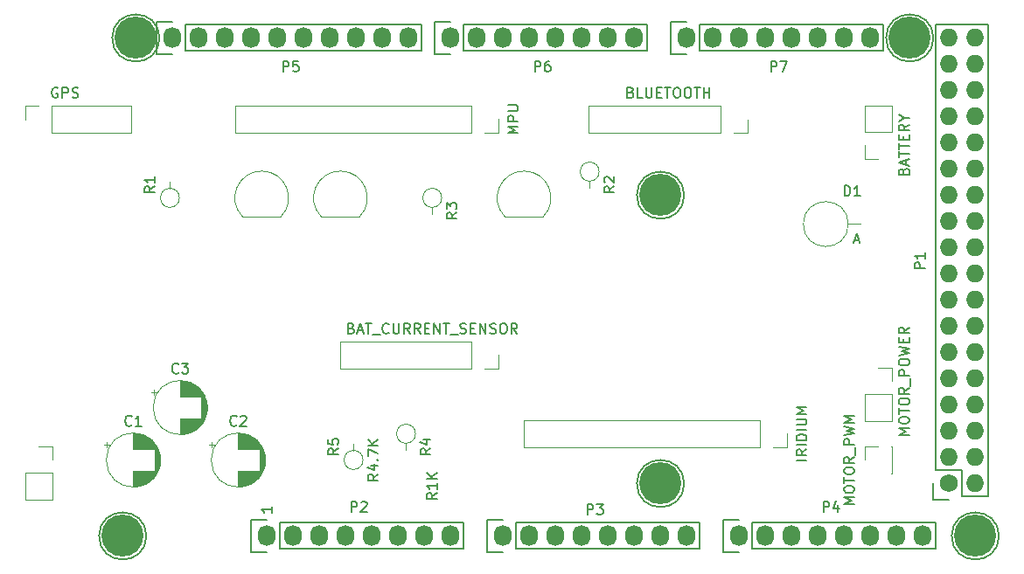
<source format=gbr>
%TF.GenerationSoftware,KiCad,Pcbnew,(6.0.4-0)*%
%TF.CreationDate,2022-06-10T18:36:53-07:00*%
%TF.ProjectId,sailface-mega-shield,7361696c-6661-4636-952d-6d6567612d73,rev?*%
%TF.SameCoordinates,Original*%
%TF.FileFunction,Legend,Top*%
%TF.FilePolarity,Positive*%
%FSLAX46Y46*%
G04 Gerber Fmt 4.6, Leading zero omitted, Abs format (unit mm)*
G04 Created by KiCad (PCBNEW (6.0.4-0)) date 2022-06-10 18:36:53*
%MOMM*%
%LPD*%
G01*
G04 APERTURE LIST*
%ADD10C,0.150000*%
%ADD11C,0.120000*%
%ADD12C,1.727200*%
%ADD13O,1.727200X1.727200*%
%ADD14O,1.727200X2.032000*%
%ADD15C,4.064000*%
G04 APERTURE END LIST*
D10*
X131770380Y-116300285D02*
X131770380Y-116871714D01*
X131770380Y-116586000D02*
X130770380Y-116586000D01*
X130913238Y-116681238D01*
X131008476Y-116776476D01*
X131056095Y-116871714D01*
%TO.C,BAT_CURRENT_SENSOR*%
X139486666Y-98988571D02*
X139629523Y-99036190D01*
X139677142Y-99083809D01*
X139724761Y-99179047D01*
X139724761Y-99321904D01*
X139677142Y-99417142D01*
X139629523Y-99464761D01*
X139534285Y-99512380D01*
X139153333Y-99512380D01*
X139153333Y-98512380D01*
X139486666Y-98512380D01*
X139581904Y-98560000D01*
X139629523Y-98607619D01*
X139677142Y-98702857D01*
X139677142Y-98798095D01*
X139629523Y-98893333D01*
X139581904Y-98940952D01*
X139486666Y-98988571D01*
X139153333Y-98988571D01*
X140105714Y-99226666D02*
X140581904Y-99226666D01*
X140010476Y-99512380D02*
X140343809Y-98512380D01*
X140677142Y-99512380D01*
X140867619Y-98512380D02*
X141439047Y-98512380D01*
X141153333Y-99512380D02*
X141153333Y-98512380D01*
X141534285Y-99607619D02*
X142296190Y-99607619D01*
X143105714Y-99417142D02*
X143058095Y-99464761D01*
X142915238Y-99512380D01*
X142820000Y-99512380D01*
X142677142Y-99464761D01*
X142581904Y-99369523D01*
X142534285Y-99274285D01*
X142486666Y-99083809D01*
X142486666Y-98940952D01*
X142534285Y-98750476D01*
X142581904Y-98655238D01*
X142677142Y-98560000D01*
X142820000Y-98512380D01*
X142915238Y-98512380D01*
X143058095Y-98560000D01*
X143105714Y-98607619D01*
X143534285Y-98512380D02*
X143534285Y-99321904D01*
X143581904Y-99417142D01*
X143629523Y-99464761D01*
X143724761Y-99512380D01*
X143915238Y-99512380D01*
X144010476Y-99464761D01*
X144058095Y-99417142D01*
X144105714Y-99321904D01*
X144105714Y-98512380D01*
X145153333Y-99512380D02*
X144820000Y-99036190D01*
X144581904Y-99512380D02*
X144581904Y-98512380D01*
X144962857Y-98512380D01*
X145058095Y-98560000D01*
X145105714Y-98607619D01*
X145153333Y-98702857D01*
X145153333Y-98845714D01*
X145105714Y-98940952D01*
X145058095Y-98988571D01*
X144962857Y-99036190D01*
X144581904Y-99036190D01*
X146153333Y-99512380D02*
X145820000Y-99036190D01*
X145581904Y-99512380D02*
X145581904Y-98512380D01*
X145962857Y-98512380D01*
X146058095Y-98560000D01*
X146105714Y-98607619D01*
X146153333Y-98702857D01*
X146153333Y-98845714D01*
X146105714Y-98940952D01*
X146058095Y-98988571D01*
X145962857Y-99036190D01*
X145581904Y-99036190D01*
X146581904Y-98988571D02*
X146915238Y-98988571D01*
X147058095Y-99512380D02*
X146581904Y-99512380D01*
X146581904Y-98512380D01*
X147058095Y-98512380D01*
X147486666Y-99512380D02*
X147486666Y-98512380D01*
X148058095Y-99512380D01*
X148058095Y-98512380D01*
X148391428Y-98512380D02*
X148962857Y-98512380D01*
X148677142Y-99512380D02*
X148677142Y-98512380D01*
X149058095Y-99607619D02*
X149820000Y-99607619D01*
X150010476Y-99464761D02*
X150153333Y-99512380D01*
X150391428Y-99512380D01*
X150486666Y-99464761D01*
X150534285Y-99417142D01*
X150581904Y-99321904D01*
X150581904Y-99226666D01*
X150534285Y-99131428D01*
X150486666Y-99083809D01*
X150391428Y-99036190D01*
X150200952Y-98988571D01*
X150105714Y-98940952D01*
X150058095Y-98893333D01*
X150010476Y-98798095D01*
X150010476Y-98702857D01*
X150058095Y-98607619D01*
X150105714Y-98560000D01*
X150200952Y-98512380D01*
X150439047Y-98512380D01*
X150581904Y-98560000D01*
X151010476Y-98988571D02*
X151343809Y-98988571D01*
X151486666Y-99512380D02*
X151010476Y-99512380D01*
X151010476Y-98512380D01*
X151486666Y-98512380D01*
X151915238Y-99512380D02*
X151915238Y-98512380D01*
X152486666Y-99512380D01*
X152486666Y-98512380D01*
X152915238Y-99464761D02*
X153058095Y-99512380D01*
X153296190Y-99512380D01*
X153391428Y-99464761D01*
X153439047Y-99417142D01*
X153486666Y-99321904D01*
X153486666Y-99226666D01*
X153439047Y-99131428D01*
X153391428Y-99083809D01*
X153296190Y-99036190D01*
X153105714Y-98988571D01*
X153010476Y-98940952D01*
X152962857Y-98893333D01*
X152915238Y-98798095D01*
X152915238Y-98702857D01*
X152962857Y-98607619D01*
X153010476Y-98560000D01*
X153105714Y-98512380D01*
X153343809Y-98512380D01*
X153486666Y-98560000D01*
X154105714Y-98512380D02*
X154296190Y-98512380D01*
X154391428Y-98560000D01*
X154486666Y-98655238D01*
X154534285Y-98845714D01*
X154534285Y-99179047D01*
X154486666Y-99369523D01*
X154391428Y-99464761D01*
X154296190Y-99512380D01*
X154105714Y-99512380D01*
X154010476Y-99464761D01*
X153915238Y-99369523D01*
X153867619Y-99179047D01*
X153867619Y-98845714D01*
X153915238Y-98655238D01*
X154010476Y-98560000D01*
X154105714Y-98512380D01*
X155534285Y-99512380D02*
X155200952Y-99036190D01*
X154962857Y-99512380D02*
X154962857Y-98512380D01*
X155343809Y-98512380D01*
X155439047Y-98560000D01*
X155486666Y-98607619D01*
X155534285Y-98702857D01*
X155534285Y-98845714D01*
X155486666Y-98940952D01*
X155439047Y-98988571D01*
X155343809Y-99036190D01*
X154962857Y-99036190D01*
%TO.C,D1*%
X187221904Y-86177481D02*
X187221904Y-85177481D01*
X187460000Y-85177481D01*
X187602857Y-85225101D01*
X187698095Y-85320339D01*
X187745714Y-85415577D01*
X187793333Y-85606053D01*
X187793333Y-85748910D01*
X187745714Y-85939386D01*
X187698095Y-86034624D01*
X187602857Y-86129862D01*
X187460000Y-86177481D01*
X187221904Y-86177481D01*
X188745714Y-86177481D02*
X188174285Y-86177481D01*
X188460000Y-86177481D02*
X188460000Y-85177481D01*
X188364761Y-85320339D01*
X188269523Y-85415577D01*
X188174285Y-85463196D01*
X188161904Y-90466666D02*
X188638095Y-90466666D01*
X188066666Y-90752380D02*
X188400000Y-89752380D01*
X188733333Y-90752380D01*
%TO.C,R5*%
X138232380Y-110656666D02*
X137756190Y-110990000D01*
X138232380Y-111228095D02*
X137232380Y-111228095D01*
X137232380Y-110847142D01*
X137280000Y-110751904D01*
X137327619Y-110704285D01*
X137422857Y-110656666D01*
X137565714Y-110656666D01*
X137660952Y-110704285D01*
X137708571Y-110751904D01*
X137756190Y-110847142D01*
X137756190Y-111228095D01*
X137232380Y-109751904D02*
X137232380Y-110228095D01*
X137708571Y-110275714D01*
X137660952Y-110228095D01*
X137613333Y-110132857D01*
X137613333Y-109894761D01*
X137660952Y-109799523D01*
X137708571Y-109751904D01*
X137803809Y-109704285D01*
X138041904Y-109704285D01*
X138137142Y-109751904D01*
X138184761Y-109799523D01*
X138232380Y-109894761D01*
X138232380Y-110132857D01*
X138184761Y-110228095D01*
X138137142Y-110275714D01*
X142072380Y-113140952D02*
X141596190Y-113474285D01*
X142072380Y-113712380D02*
X141072380Y-113712380D01*
X141072380Y-113331428D01*
X141120000Y-113236190D01*
X141167619Y-113188571D01*
X141262857Y-113140952D01*
X141405714Y-113140952D01*
X141500952Y-113188571D01*
X141548571Y-113236190D01*
X141596190Y-113331428D01*
X141596190Y-113712380D01*
X141405714Y-112283809D02*
X142072380Y-112283809D01*
X141024761Y-112521904D02*
X141739047Y-112760000D01*
X141739047Y-112140952D01*
X141977142Y-111760000D02*
X142024761Y-111712380D01*
X142072380Y-111760000D01*
X142024761Y-111807619D01*
X141977142Y-111760000D01*
X142072380Y-111760000D01*
X141072380Y-111379047D02*
X141072380Y-110712380D01*
X142072380Y-111140952D01*
X142072380Y-110331428D02*
X141072380Y-110331428D01*
X142072380Y-109760000D02*
X141500952Y-110188571D01*
X141072380Y-109760000D02*
X141643809Y-110331428D01*
%TO.C,R4*%
X147152380Y-110656666D02*
X146676190Y-110990000D01*
X147152380Y-111228095D02*
X146152380Y-111228095D01*
X146152380Y-110847142D01*
X146200000Y-110751904D01*
X146247619Y-110704285D01*
X146342857Y-110656666D01*
X146485714Y-110656666D01*
X146580952Y-110704285D01*
X146628571Y-110751904D01*
X146676190Y-110847142D01*
X146676190Y-111228095D01*
X146485714Y-109799523D02*
X147152380Y-109799523D01*
X146104761Y-110037619D02*
X146819047Y-110275714D01*
X146819047Y-109656666D01*
X147772380Y-114966666D02*
X147296190Y-115300000D01*
X147772380Y-115538095D02*
X146772380Y-115538095D01*
X146772380Y-115157142D01*
X146820000Y-115061904D01*
X146867619Y-115014285D01*
X146962857Y-114966666D01*
X147105714Y-114966666D01*
X147200952Y-115014285D01*
X147248571Y-115061904D01*
X147296190Y-115157142D01*
X147296190Y-115538095D01*
X147772380Y-114014285D02*
X147772380Y-114585714D01*
X147772380Y-114300000D02*
X146772380Y-114300000D01*
X146915238Y-114395238D01*
X147010476Y-114490476D01*
X147058095Y-114585714D01*
X147772380Y-113585714D02*
X146772380Y-113585714D01*
X147772380Y-113014285D02*
X147200952Y-113442857D01*
X146772380Y-113014285D02*
X147343809Y-113585714D01*
%TO.C,R3*%
X149692380Y-87796666D02*
X149216190Y-88130000D01*
X149692380Y-88368095D02*
X148692380Y-88368095D01*
X148692380Y-87987142D01*
X148740000Y-87891904D01*
X148787619Y-87844285D01*
X148882857Y-87796666D01*
X149025714Y-87796666D01*
X149120952Y-87844285D01*
X149168571Y-87891904D01*
X149216190Y-87987142D01*
X149216190Y-88368095D01*
X148692380Y-87463333D02*
X148692380Y-86844285D01*
X149073333Y-87177619D01*
X149073333Y-87034761D01*
X149120952Y-86939523D01*
X149168571Y-86891904D01*
X149263809Y-86844285D01*
X149501904Y-86844285D01*
X149597142Y-86891904D01*
X149644761Y-86939523D01*
X149692380Y-87034761D01*
X149692380Y-87320476D01*
X149644761Y-87415714D01*
X149597142Y-87463333D01*
%TO.C,R2*%
X164932380Y-85256666D02*
X164456190Y-85590000D01*
X164932380Y-85828095D02*
X163932380Y-85828095D01*
X163932380Y-85447142D01*
X163980000Y-85351904D01*
X164027619Y-85304285D01*
X164122857Y-85256666D01*
X164265714Y-85256666D01*
X164360952Y-85304285D01*
X164408571Y-85351904D01*
X164456190Y-85447142D01*
X164456190Y-85828095D01*
X164027619Y-84875714D02*
X163980000Y-84828095D01*
X163932380Y-84732857D01*
X163932380Y-84494761D01*
X163980000Y-84399523D01*
X164027619Y-84351904D01*
X164122857Y-84304285D01*
X164218095Y-84304285D01*
X164360952Y-84351904D01*
X164932380Y-84923333D01*
X164932380Y-84304285D01*
%TO.C,R1*%
X120452380Y-85256666D02*
X119976190Y-85590000D01*
X120452380Y-85828095D02*
X119452380Y-85828095D01*
X119452380Y-85447142D01*
X119500000Y-85351904D01*
X119547619Y-85304285D01*
X119642857Y-85256666D01*
X119785714Y-85256666D01*
X119880952Y-85304285D01*
X119928571Y-85351904D01*
X119976190Y-85447142D01*
X119976190Y-85828095D01*
X120452380Y-84304285D02*
X120452380Y-84875714D01*
X120452380Y-84590000D02*
X119452380Y-84590000D01*
X119595238Y-84685238D01*
X119690476Y-84780476D01*
X119738095Y-84875714D01*
%TO.C,BATTERY*%
X192968571Y-83780000D02*
X193016190Y-83637142D01*
X193063809Y-83589523D01*
X193159047Y-83541904D01*
X193301904Y-83541904D01*
X193397142Y-83589523D01*
X193444761Y-83637142D01*
X193492380Y-83732380D01*
X193492380Y-84113333D01*
X192492380Y-84113333D01*
X192492380Y-83780000D01*
X192540000Y-83684761D01*
X192587619Y-83637142D01*
X192682857Y-83589523D01*
X192778095Y-83589523D01*
X192873333Y-83637142D01*
X192920952Y-83684761D01*
X192968571Y-83780000D01*
X192968571Y-84113333D01*
X193206666Y-83160952D02*
X193206666Y-82684761D01*
X193492380Y-83256190D02*
X192492380Y-82922857D01*
X193492380Y-82589523D01*
X192492380Y-82399047D02*
X192492380Y-81827619D01*
X193492380Y-82113333D02*
X192492380Y-82113333D01*
X192492380Y-81637142D02*
X192492380Y-81065714D01*
X193492380Y-81351428D02*
X192492380Y-81351428D01*
X192968571Y-80732380D02*
X192968571Y-80399047D01*
X193492380Y-80256190D02*
X193492380Y-80732380D01*
X192492380Y-80732380D01*
X192492380Y-80256190D01*
X193492380Y-79256190D02*
X193016190Y-79589523D01*
X193492380Y-79827619D02*
X192492380Y-79827619D01*
X192492380Y-79446666D01*
X192540000Y-79351428D01*
X192587619Y-79303809D01*
X192682857Y-79256190D01*
X192825714Y-79256190D01*
X192920952Y-79303809D01*
X192968571Y-79351428D01*
X193016190Y-79446666D01*
X193016190Y-79827619D01*
X193016190Y-78637142D02*
X193492380Y-78637142D01*
X192492380Y-78970476D02*
X193016190Y-78637142D01*
X192492380Y-78303809D01*
%TO.C,MOTOR_PWM*%
X188182380Y-116045714D02*
X187182380Y-116045714D01*
X187896666Y-115712380D01*
X187182380Y-115379047D01*
X188182380Y-115379047D01*
X187182380Y-114712380D02*
X187182380Y-114521904D01*
X187230000Y-114426666D01*
X187325238Y-114331428D01*
X187515714Y-114283809D01*
X187849047Y-114283809D01*
X188039523Y-114331428D01*
X188134761Y-114426666D01*
X188182380Y-114521904D01*
X188182380Y-114712380D01*
X188134761Y-114807619D01*
X188039523Y-114902857D01*
X187849047Y-114950476D01*
X187515714Y-114950476D01*
X187325238Y-114902857D01*
X187230000Y-114807619D01*
X187182380Y-114712380D01*
X187182380Y-113998095D02*
X187182380Y-113426666D01*
X188182380Y-113712380D02*
X187182380Y-113712380D01*
X187182380Y-112902857D02*
X187182380Y-112712380D01*
X187230000Y-112617142D01*
X187325238Y-112521904D01*
X187515714Y-112474285D01*
X187849047Y-112474285D01*
X188039523Y-112521904D01*
X188134761Y-112617142D01*
X188182380Y-112712380D01*
X188182380Y-112902857D01*
X188134761Y-112998095D01*
X188039523Y-113093333D01*
X187849047Y-113140952D01*
X187515714Y-113140952D01*
X187325238Y-113093333D01*
X187230000Y-112998095D01*
X187182380Y-112902857D01*
X188182380Y-111474285D02*
X187706190Y-111807619D01*
X188182380Y-112045714D02*
X187182380Y-112045714D01*
X187182380Y-111664761D01*
X187230000Y-111569523D01*
X187277619Y-111521904D01*
X187372857Y-111474285D01*
X187515714Y-111474285D01*
X187610952Y-111521904D01*
X187658571Y-111569523D01*
X187706190Y-111664761D01*
X187706190Y-112045714D01*
X188277619Y-111283809D02*
X188277619Y-110521904D01*
X188182380Y-110283809D02*
X187182380Y-110283809D01*
X187182380Y-109902857D01*
X187230000Y-109807619D01*
X187277619Y-109760000D01*
X187372857Y-109712380D01*
X187515714Y-109712380D01*
X187610952Y-109760000D01*
X187658571Y-109807619D01*
X187706190Y-109902857D01*
X187706190Y-110283809D01*
X187182380Y-109379047D02*
X188182380Y-109140952D01*
X187468095Y-108950476D01*
X188182380Y-108760000D01*
X187182380Y-108521904D01*
X188182380Y-108140952D02*
X187182380Y-108140952D01*
X187896666Y-107807619D01*
X187182380Y-107474285D01*
X188182380Y-107474285D01*
%TO.C,MOTOR_POWER*%
X193492380Y-109330476D02*
X192492380Y-109330476D01*
X193206666Y-108997142D01*
X192492380Y-108663809D01*
X193492380Y-108663809D01*
X192492380Y-107997142D02*
X192492380Y-107806666D01*
X192540000Y-107711428D01*
X192635238Y-107616190D01*
X192825714Y-107568571D01*
X193159047Y-107568571D01*
X193349523Y-107616190D01*
X193444761Y-107711428D01*
X193492380Y-107806666D01*
X193492380Y-107997142D01*
X193444761Y-108092380D01*
X193349523Y-108187619D01*
X193159047Y-108235238D01*
X192825714Y-108235238D01*
X192635238Y-108187619D01*
X192540000Y-108092380D01*
X192492380Y-107997142D01*
X192492380Y-107282857D02*
X192492380Y-106711428D01*
X193492380Y-106997142D02*
X192492380Y-106997142D01*
X192492380Y-106187619D02*
X192492380Y-105997142D01*
X192540000Y-105901904D01*
X192635238Y-105806666D01*
X192825714Y-105759047D01*
X193159047Y-105759047D01*
X193349523Y-105806666D01*
X193444761Y-105901904D01*
X193492380Y-105997142D01*
X193492380Y-106187619D01*
X193444761Y-106282857D01*
X193349523Y-106378095D01*
X193159047Y-106425714D01*
X192825714Y-106425714D01*
X192635238Y-106378095D01*
X192540000Y-106282857D01*
X192492380Y-106187619D01*
X193492380Y-104759047D02*
X193016190Y-105092380D01*
X193492380Y-105330476D02*
X192492380Y-105330476D01*
X192492380Y-104949523D01*
X192540000Y-104854285D01*
X192587619Y-104806666D01*
X192682857Y-104759047D01*
X192825714Y-104759047D01*
X192920952Y-104806666D01*
X192968571Y-104854285D01*
X193016190Y-104949523D01*
X193016190Y-105330476D01*
X193587619Y-104568571D02*
X193587619Y-103806666D01*
X193492380Y-103568571D02*
X192492380Y-103568571D01*
X192492380Y-103187619D01*
X192540000Y-103092380D01*
X192587619Y-103044761D01*
X192682857Y-102997142D01*
X192825714Y-102997142D01*
X192920952Y-103044761D01*
X192968571Y-103092380D01*
X193016190Y-103187619D01*
X193016190Y-103568571D01*
X192492380Y-102378095D02*
X192492380Y-102187619D01*
X192540000Y-102092380D01*
X192635238Y-101997142D01*
X192825714Y-101949523D01*
X193159047Y-101949523D01*
X193349523Y-101997142D01*
X193444761Y-102092380D01*
X193492380Y-102187619D01*
X193492380Y-102378095D01*
X193444761Y-102473333D01*
X193349523Y-102568571D01*
X193159047Y-102616190D01*
X192825714Y-102616190D01*
X192635238Y-102568571D01*
X192540000Y-102473333D01*
X192492380Y-102378095D01*
X192492380Y-101616190D02*
X193492380Y-101378095D01*
X192778095Y-101187619D01*
X193492380Y-100997142D01*
X192492380Y-100759047D01*
X192968571Y-100378095D02*
X192968571Y-100044761D01*
X193492380Y-99901904D02*
X193492380Y-100378095D01*
X192492380Y-100378095D01*
X192492380Y-99901904D01*
X193492380Y-98901904D02*
X193016190Y-99235238D01*
X193492380Y-99473333D02*
X192492380Y-99473333D01*
X192492380Y-99092380D01*
X192540000Y-98997142D01*
X192587619Y-98949523D01*
X192682857Y-98901904D01*
X192825714Y-98901904D01*
X192920952Y-98949523D01*
X192968571Y-98997142D01*
X193016190Y-99092380D01*
X193016190Y-99473333D01*
%TO.C,C3*%
X122753333Y-103287142D02*
X122705714Y-103334761D01*
X122562857Y-103382380D01*
X122467619Y-103382380D01*
X122324761Y-103334761D01*
X122229523Y-103239523D01*
X122181904Y-103144285D01*
X122134285Y-102953809D01*
X122134285Y-102810952D01*
X122181904Y-102620476D01*
X122229523Y-102525238D01*
X122324761Y-102430000D01*
X122467619Y-102382380D01*
X122562857Y-102382380D01*
X122705714Y-102430000D01*
X122753333Y-102477619D01*
X123086666Y-102382380D02*
X123705714Y-102382380D01*
X123372380Y-102763333D01*
X123515238Y-102763333D01*
X123610476Y-102810952D01*
X123658095Y-102858571D01*
X123705714Y-102953809D01*
X123705714Y-103191904D01*
X123658095Y-103287142D01*
X123610476Y-103334761D01*
X123515238Y-103382380D01*
X123229523Y-103382380D01*
X123134285Y-103334761D01*
X123086666Y-103287142D01*
%TO.C,C2*%
X128373333Y-108367142D02*
X128325714Y-108414761D01*
X128182857Y-108462380D01*
X128087619Y-108462380D01*
X127944761Y-108414761D01*
X127849523Y-108319523D01*
X127801904Y-108224285D01*
X127754285Y-108033809D01*
X127754285Y-107890952D01*
X127801904Y-107700476D01*
X127849523Y-107605238D01*
X127944761Y-107510000D01*
X128087619Y-107462380D01*
X128182857Y-107462380D01*
X128325714Y-107510000D01*
X128373333Y-107557619D01*
X128754285Y-107557619D02*
X128801904Y-107510000D01*
X128897142Y-107462380D01*
X129135238Y-107462380D01*
X129230476Y-107510000D01*
X129278095Y-107557619D01*
X129325714Y-107652857D01*
X129325714Y-107748095D01*
X129278095Y-107890952D01*
X128706666Y-108462380D01*
X129325714Y-108462380D01*
%TO.C,C1*%
X118213333Y-108367142D02*
X118165714Y-108414761D01*
X118022857Y-108462380D01*
X117927619Y-108462380D01*
X117784761Y-108414761D01*
X117689523Y-108319523D01*
X117641904Y-108224285D01*
X117594285Y-108033809D01*
X117594285Y-107890952D01*
X117641904Y-107700476D01*
X117689523Y-107605238D01*
X117784761Y-107510000D01*
X117927619Y-107462380D01*
X118022857Y-107462380D01*
X118165714Y-107510000D01*
X118213333Y-107557619D01*
X119165714Y-108462380D02*
X118594285Y-108462380D01*
X118880000Y-108462380D02*
X118880000Y-107462380D01*
X118784761Y-107605238D01*
X118689523Y-107700476D01*
X118594285Y-107748095D01*
%TO.C,P1*%
X195016380Y-93194095D02*
X194016380Y-93194095D01*
X194016380Y-92813142D01*
X194064000Y-92717904D01*
X194111619Y-92670285D01*
X194206857Y-92622666D01*
X194349714Y-92622666D01*
X194444952Y-92670285D01*
X194492571Y-92717904D01*
X194540190Y-92813142D01*
X194540190Y-93194095D01*
X195016380Y-91670285D02*
X195016380Y-92241714D01*
X195016380Y-91956000D02*
X194016380Y-91956000D01*
X194159238Y-92051238D01*
X194254476Y-92146476D01*
X194302095Y-92241714D01*
%TO.C,P2*%
X139469904Y-116784380D02*
X139469904Y-115784380D01*
X139850857Y-115784380D01*
X139946095Y-115832000D01*
X139993714Y-115879619D01*
X140041333Y-115974857D01*
X140041333Y-116117714D01*
X139993714Y-116212952D01*
X139946095Y-116260571D01*
X139850857Y-116308190D01*
X139469904Y-116308190D01*
X140422285Y-115879619D02*
X140469904Y-115832000D01*
X140565142Y-115784380D01*
X140803238Y-115784380D01*
X140898476Y-115832000D01*
X140946095Y-115879619D01*
X140993714Y-115974857D01*
X140993714Y-116070095D01*
X140946095Y-116212952D01*
X140374666Y-116784380D01*
X140993714Y-116784380D01*
%TO.C,P3*%
X162329904Y-117038380D02*
X162329904Y-116038380D01*
X162710857Y-116038380D01*
X162806095Y-116086000D01*
X162853714Y-116133619D01*
X162901333Y-116228857D01*
X162901333Y-116371714D01*
X162853714Y-116466952D01*
X162806095Y-116514571D01*
X162710857Y-116562190D01*
X162329904Y-116562190D01*
X163234666Y-116038380D02*
X163853714Y-116038380D01*
X163520380Y-116419333D01*
X163663238Y-116419333D01*
X163758476Y-116466952D01*
X163806095Y-116514571D01*
X163853714Y-116609809D01*
X163853714Y-116847904D01*
X163806095Y-116943142D01*
X163758476Y-116990761D01*
X163663238Y-117038380D01*
X163377523Y-117038380D01*
X163282285Y-116990761D01*
X163234666Y-116943142D01*
%TO.C,P4*%
X185189904Y-116784380D02*
X185189904Y-115784380D01*
X185570857Y-115784380D01*
X185666095Y-115832000D01*
X185713714Y-115879619D01*
X185761333Y-115974857D01*
X185761333Y-116117714D01*
X185713714Y-116212952D01*
X185666095Y-116260571D01*
X185570857Y-116308190D01*
X185189904Y-116308190D01*
X186618476Y-116117714D02*
X186618476Y-116784380D01*
X186380380Y-115736761D02*
X186142285Y-116451047D01*
X186761333Y-116451047D01*
%TO.C,P5*%
X132865904Y-74112380D02*
X132865904Y-73112380D01*
X133246857Y-73112380D01*
X133342095Y-73160000D01*
X133389714Y-73207619D01*
X133437333Y-73302857D01*
X133437333Y-73445714D01*
X133389714Y-73540952D01*
X133342095Y-73588571D01*
X133246857Y-73636190D01*
X132865904Y-73636190D01*
X134342095Y-73112380D02*
X133865904Y-73112380D01*
X133818285Y-73588571D01*
X133865904Y-73540952D01*
X133961142Y-73493333D01*
X134199238Y-73493333D01*
X134294476Y-73540952D01*
X134342095Y-73588571D01*
X134389714Y-73683809D01*
X134389714Y-73921904D01*
X134342095Y-74017142D01*
X134294476Y-74064761D01*
X134199238Y-74112380D01*
X133961142Y-74112380D01*
X133865904Y-74064761D01*
X133818285Y-74017142D01*
%TO.C,P6*%
X157249904Y-74112380D02*
X157249904Y-73112380D01*
X157630857Y-73112380D01*
X157726095Y-73160000D01*
X157773714Y-73207619D01*
X157821333Y-73302857D01*
X157821333Y-73445714D01*
X157773714Y-73540952D01*
X157726095Y-73588571D01*
X157630857Y-73636190D01*
X157249904Y-73636190D01*
X158678476Y-73112380D02*
X158488000Y-73112380D01*
X158392761Y-73160000D01*
X158345142Y-73207619D01*
X158249904Y-73350476D01*
X158202285Y-73540952D01*
X158202285Y-73921904D01*
X158249904Y-74017142D01*
X158297523Y-74064761D01*
X158392761Y-74112380D01*
X158583238Y-74112380D01*
X158678476Y-74064761D01*
X158726095Y-74017142D01*
X158773714Y-73921904D01*
X158773714Y-73683809D01*
X158726095Y-73588571D01*
X158678476Y-73540952D01*
X158583238Y-73493333D01*
X158392761Y-73493333D01*
X158297523Y-73540952D01*
X158249904Y-73588571D01*
X158202285Y-73683809D01*
%TO.C,P7*%
X180109904Y-74112380D02*
X180109904Y-73112380D01*
X180490857Y-73112380D01*
X180586095Y-73160000D01*
X180633714Y-73207619D01*
X180681333Y-73302857D01*
X180681333Y-73445714D01*
X180633714Y-73540952D01*
X180586095Y-73588571D01*
X180490857Y-73636190D01*
X180109904Y-73636190D01*
X181014666Y-73112380D02*
X181681333Y-73112380D01*
X181252761Y-74112380D01*
%TO.C,MPU*%
X155622380Y-80097142D02*
X154622380Y-80097142D01*
X155336666Y-79763809D01*
X154622380Y-79430476D01*
X155622380Y-79430476D01*
X155622380Y-78954285D02*
X154622380Y-78954285D01*
X154622380Y-78573333D01*
X154670000Y-78478095D01*
X154717619Y-78430476D01*
X154812857Y-78382857D01*
X154955714Y-78382857D01*
X155050952Y-78430476D01*
X155098571Y-78478095D01*
X155146190Y-78573333D01*
X155146190Y-78954285D01*
X154622380Y-77954285D02*
X155431904Y-77954285D01*
X155527142Y-77906666D01*
X155574761Y-77859047D01*
X155622380Y-77763809D01*
X155622380Y-77573333D01*
X155574761Y-77478095D01*
X155527142Y-77430476D01*
X155431904Y-77382857D01*
X154622380Y-77382857D01*
%TO.C,BLUETOOTH*%
X166537142Y-76128571D02*
X166680000Y-76176190D01*
X166727619Y-76223809D01*
X166775238Y-76319047D01*
X166775238Y-76461904D01*
X166727619Y-76557142D01*
X166680000Y-76604761D01*
X166584761Y-76652380D01*
X166203809Y-76652380D01*
X166203809Y-75652380D01*
X166537142Y-75652380D01*
X166632380Y-75700000D01*
X166680000Y-75747619D01*
X166727619Y-75842857D01*
X166727619Y-75938095D01*
X166680000Y-76033333D01*
X166632380Y-76080952D01*
X166537142Y-76128571D01*
X166203809Y-76128571D01*
X167680000Y-76652380D02*
X167203809Y-76652380D01*
X167203809Y-75652380D01*
X168013333Y-75652380D02*
X168013333Y-76461904D01*
X168060952Y-76557142D01*
X168108571Y-76604761D01*
X168203809Y-76652380D01*
X168394285Y-76652380D01*
X168489523Y-76604761D01*
X168537142Y-76557142D01*
X168584761Y-76461904D01*
X168584761Y-75652380D01*
X169060952Y-76128571D02*
X169394285Y-76128571D01*
X169537142Y-76652380D02*
X169060952Y-76652380D01*
X169060952Y-75652380D01*
X169537142Y-75652380D01*
X169822857Y-75652380D02*
X170394285Y-75652380D01*
X170108571Y-76652380D02*
X170108571Y-75652380D01*
X170918095Y-75652380D02*
X171108571Y-75652380D01*
X171203809Y-75700000D01*
X171299047Y-75795238D01*
X171346666Y-75985714D01*
X171346666Y-76319047D01*
X171299047Y-76509523D01*
X171203809Y-76604761D01*
X171108571Y-76652380D01*
X170918095Y-76652380D01*
X170822857Y-76604761D01*
X170727619Y-76509523D01*
X170680000Y-76319047D01*
X170680000Y-75985714D01*
X170727619Y-75795238D01*
X170822857Y-75700000D01*
X170918095Y-75652380D01*
X171965714Y-75652380D02*
X172156190Y-75652380D01*
X172251428Y-75700000D01*
X172346666Y-75795238D01*
X172394285Y-75985714D01*
X172394285Y-76319047D01*
X172346666Y-76509523D01*
X172251428Y-76604761D01*
X172156190Y-76652380D01*
X171965714Y-76652380D01*
X171870476Y-76604761D01*
X171775238Y-76509523D01*
X171727619Y-76319047D01*
X171727619Y-75985714D01*
X171775238Y-75795238D01*
X171870476Y-75700000D01*
X171965714Y-75652380D01*
X172680000Y-75652380D02*
X173251428Y-75652380D01*
X172965714Y-76652380D02*
X172965714Y-75652380D01*
X173584761Y-76652380D02*
X173584761Y-75652380D01*
X173584761Y-76128571D02*
X174156190Y-76128571D01*
X174156190Y-76652380D02*
X174156190Y-75652380D01*
%TO.C,IRIDIUM*%
X183562380Y-111791428D02*
X182562380Y-111791428D01*
X183562380Y-110743809D02*
X183086190Y-111077142D01*
X183562380Y-111315238D02*
X182562380Y-111315238D01*
X182562380Y-110934285D01*
X182610000Y-110839047D01*
X182657619Y-110791428D01*
X182752857Y-110743809D01*
X182895714Y-110743809D01*
X182990952Y-110791428D01*
X183038571Y-110839047D01*
X183086190Y-110934285D01*
X183086190Y-111315238D01*
X183562380Y-110315238D02*
X182562380Y-110315238D01*
X183562380Y-109839047D02*
X182562380Y-109839047D01*
X182562380Y-109600952D01*
X182610000Y-109458095D01*
X182705238Y-109362857D01*
X182800476Y-109315238D01*
X182990952Y-109267619D01*
X183133809Y-109267619D01*
X183324285Y-109315238D01*
X183419523Y-109362857D01*
X183514761Y-109458095D01*
X183562380Y-109600952D01*
X183562380Y-109839047D01*
X183562380Y-108839047D02*
X182562380Y-108839047D01*
X182562380Y-108362857D02*
X183371904Y-108362857D01*
X183467142Y-108315238D01*
X183514761Y-108267619D01*
X183562380Y-108172380D01*
X183562380Y-107981904D01*
X183514761Y-107886666D01*
X183467142Y-107839047D01*
X183371904Y-107791428D01*
X182562380Y-107791428D01*
X183562380Y-107315238D02*
X182562380Y-107315238D01*
X183276666Y-106981904D01*
X182562380Y-106648571D01*
X183562380Y-106648571D01*
%TO.C,GPS*%
X111045714Y-75700000D02*
X110950476Y-75652380D01*
X110807619Y-75652380D01*
X110664761Y-75700000D01*
X110569523Y-75795238D01*
X110521904Y-75890476D01*
X110474285Y-76080952D01*
X110474285Y-76223809D01*
X110521904Y-76414285D01*
X110569523Y-76509523D01*
X110664761Y-76604761D01*
X110807619Y-76652380D01*
X110902857Y-76652380D01*
X111045714Y-76604761D01*
X111093333Y-76557142D01*
X111093333Y-76223809D01*
X110902857Y-76223809D01*
X111521904Y-76652380D02*
X111521904Y-75652380D01*
X111902857Y-75652380D01*
X111998095Y-75700000D01*
X112045714Y-75747619D01*
X112093333Y-75842857D01*
X112093333Y-75985714D01*
X112045714Y-76080952D01*
X111998095Y-76128571D01*
X111902857Y-76176190D01*
X111521904Y-76176190D01*
X112474285Y-76604761D02*
X112617142Y-76652380D01*
X112855238Y-76652380D01*
X112950476Y-76604761D01*
X112998095Y-76557142D01*
X113045714Y-76461904D01*
X113045714Y-76366666D01*
X112998095Y-76271428D01*
X112950476Y-76223809D01*
X112855238Y-76176190D01*
X112664761Y-76128571D01*
X112569523Y-76080952D01*
X112521904Y-76033333D01*
X112474285Y-75938095D01*
X112474285Y-75842857D01*
X112521904Y-75747619D01*
X112569523Y-75700000D01*
X112664761Y-75652380D01*
X112902857Y-75652380D01*
X113045714Y-75700000D01*
D11*
%TO.C,BAT_CURRENT_SENSOR*%
X153730000Y-101600000D02*
X153730000Y-102930000D01*
X151130000Y-100270000D02*
X151130000Y-102930000D01*
X151130000Y-102930000D02*
X138370000Y-102930000D01*
X153730000Y-102930000D02*
X152400000Y-102930000D01*
X151130000Y-100270000D02*
X138370000Y-100270000D01*
X138370000Y-100270000D02*
X138370000Y-102930000D01*
%TO.C,D1*%
X187594899Y-88900000D02*
X188800000Y-88900000D01*
X187594899Y-88900000D02*
G75*
G03*
X187594899Y-88900000I-2174899J0D01*
G01*
%TO.C,R5*%
X139700000Y-110840000D02*
X139700000Y-110220000D01*
X140620000Y-111760000D02*
G75*
G03*
X140620000Y-111760000I-920000J0D01*
G01*
%TO.C,R4*%
X144780000Y-110140000D02*
X144780000Y-110760000D01*
X145700000Y-109220000D02*
G75*
G03*
X145700000Y-109220000I-920000J0D01*
G01*
%TO.C,R3*%
X147320000Y-87280000D02*
X147320000Y-87900000D01*
X148240000Y-86360000D02*
G75*
G03*
X148240000Y-86360000I-920000J0D01*
G01*
%TO.C,R2*%
X162560000Y-84740000D02*
X162560000Y-85360000D01*
X163480000Y-83820000D02*
G75*
G03*
X163480000Y-83820000I-920000J0D01*
G01*
%TO.C,R1*%
X121920000Y-85440000D02*
X121920000Y-84820000D01*
X122840000Y-86360000D02*
G75*
G03*
X122840000Y-86360000I-920000J0D01*
G01*
%TO.C,BATTERY*%
X191830000Y-80010000D02*
X191830000Y-77410000D01*
X189170000Y-80010000D02*
X189170000Y-77410000D01*
X191830000Y-80010000D02*
X189170000Y-80010000D01*
X190500000Y-82610000D02*
X189170000Y-82610000D01*
X189170000Y-82610000D02*
X189170000Y-81280000D01*
X191830000Y-77410000D02*
X189170000Y-77410000D01*
%TO.C,ARDUINO_POWER1*%
X107890000Y-113030000D02*
X107890000Y-115630000D01*
X110550000Y-113030000D02*
X110550000Y-115630000D01*
X107890000Y-113030000D02*
X110550000Y-113030000D01*
X109220000Y-110430000D02*
X110550000Y-110430000D01*
X110550000Y-110430000D02*
X110550000Y-111760000D01*
X107890000Y-115630000D02*
X110550000Y-115630000D01*
%TO.C,MOTOR_PWM*%
X191710000Y-113090000D02*
X191830000Y-113090000D01*
X191830000Y-113090000D02*
X191830000Y-110430000D01*
X191710000Y-110430000D02*
X191830000Y-110430000D01*
X189170000Y-110430000D02*
X190500000Y-110430000D01*
X189170000Y-111760000D02*
X189170000Y-110430000D01*
%TO.C,MOTOR_POWER*%
X189170000Y-108010000D02*
X191830000Y-108010000D01*
X191830000Y-102810000D02*
X191830000Y-104140000D01*
X190500000Y-102810000D02*
X191830000Y-102810000D01*
X189170000Y-105410000D02*
X191830000Y-105410000D01*
X191830000Y-105410000D02*
X191830000Y-108010000D01*
X189170000Y-105410000D02*
X189170000Y-108010000D01*
%TO.C,C3*%
X124921000Y-107720000D02*
X124921000Y-108333000D01*
X124241000Y-107720000D02*
X124241000Y-108904000D01*
X123120000Y-107720000D02*
X123120000Y-109253000D01*
X124161000Y-104412000D02*
X124161000Y-105640000D01*
X124041000Y-104351000D02*
X124041000Y-105640000D01*
X124081000Y-104370000D02*
X124081000Y-105640000D01*
X124601000Y-104709000D02*
X124601000Y-105640000D01*
X124881000Y-107720000D02*
X124881000Y-108379000D01*
X124561000Y-107720000D02*
X124561000Y-108684000D01*
X123080000Y-104104000D02*
X123080000Y-105640000D01*
X124481000Y-104615000D02*
X124481000Y-105640000D01*
X122960000Y-107720000D02*
X122960000Y-109260000D01*
X123641000Y-107720000D02*
X123641000Y-109160000D01*
X123801000Y-104252000D02*
X123801000Y-105640000D01*
X123841000Y-104266000D02*
X123841000Y-105640000D01*
X124681000Y-104779000D02*
X124681000Y-105640000D01*
X123520000Y-104169000D02*
X123520000Y-105640000D01*
X123160000Y-107720000D02*
X123160000Y-109249000D01*
X123761000Y-107720000D02*
X123761000Y-109122000D01*
X123480000Y-107720000D02*
X123480000Y-109200000D01*
X124201000Y-107720000D02*
X124201000Y-108927000D01*
X124321000Y-107720000D02*
X124321000Y-108855000D01*
X123040000Y-107720000D02*
X123040000Y-109258000D01*
X123440000Y-104152000D02*
X123440000Y-105640000D01*
X124361000Y-104531000D02*
X124361000Y-105640000D01*
X124761000Y-104854000D02*
X124761000Y-105640000D01*
X124921000Y-105027000D02*
X124921000Y-105640000D01*
X123961000Y-107720000D02*
X123961000Y-109045000D01*
X122920000Y-104100000D02*
X122920000Y-105640000D01*
X123240000Y-104119000D02*
X123240000Y-105640000D01*
X123961000Y-104315000D02*
X123961000Y-105640000D01*
X123400000Y-104144000D02*
X123400000Y-105640000D01*
X125401000Y-105875000D02*
X125401000Y-107485000D01*
X125201000Y-105429000D02*
X125201000Y-107931000D01*
X125041000Y-105180000D02*
X125041000Y-108180000D01*
X123280000Y-107720000D02*
X123280000Y-109236000D01*
X124001000Y-107720000D02*
X124001000Y-109028000D01*
X125441000Y-106003000D02*
X125441000Y-107357000D01*
X124481000Y-107720000D02*
X124481000Y-108745000D01*
X124441000Y-107720000D02*
X124441000Y-108775000D01*
X123681000Y-104212000D02*
X123681000Y-105640000D01*
X123921000Y-107720000D02*
X123921000Y-109062000D01*
X123801000Y-107720000D02*
X123801000Y-109108000D01*
X124001000Y-104332000D02*
X124001000Y-105640000D01*
X124161000Y-107720000D02*
X124161000Y-108948000D01*
X124801000Y-104895000D02*
X124801000Y-105640000D01*
X124441000Y-104585000D02*
X124441000Y-105640000D01*
X123240000Y-107720000D02*
X123240000Y-109241000D01*
X123841000Y-107720000D02*
X123841000Y-109094000D01*
X123881000Y-107720000D02*
X123881000Y-109078000D01*
X123080000Y-107720000D02*
X123080000Y-109256000D01*
X123921000Y-104298000D02*
X123921000Y-105640000D01*
X123600000Y-104189000D02*
X123600000Y-105640000D01*
X125321000Y-105669000D02*
X125321000Y-107691000D01*
X125001000Y-105126000D02*
X125001000Y-108234000D01*
X125361000Y-105765000D02*
X125361000Y-107595000D01*
X120115225Y-105205000D02*
X120615225Y-105205000D01*
X122920000Y-107720000D02*
X122920000Y-109260000D01*
X123721000Y-104225000D02*
X123721000Y-105640000D01*
X124401000Y-104558000D02*
X124401000Y-105640000D01*
X124121000Y-107720000D02*
X124121000Y-108970000D01*
X124281000Y-104480000D02*
X124281000Y-105640000D01*
X124721000Y-104816000D02*
X124721000Y-105640000D01*
X124841000Y-107720000D02*
X124841000Y-108423000D01*
X125281000Y-105582000D02*
X125281000Y-107778000D01*
X123040000Y-104102000D02*
X123040000Y-105640000D01*
X123200000Y-104115000D02*
X123200000Y-105640000D01*
X123000000Y-104101000D02*
X123000000Y-105640000D01*
X123120000Y-104107000D02*
X123120000Y-105640000D01*
X124721000Y-107720000D02*
X124721000Y-108544000D01*
X124041000Y-107720000D02*
X124041000Y-109009000D01*
X125481000Y-106162000D02*
X125481000Y-107198000D01*
X125521000Y-106396000D02*
X125521000Y-106964000D01*
X123520000Y-107720000D02*
X123520000Y-109191000D01*
X124641000Y-107720000D02*
X124641000Y-108617000D01*
X124081000Y-107720000D02*
X124081000Y-108990000D01*
X123320000Y-107720000D02*
X123320000Y-109230000D01*
X125161000Y-105361000D02*
X125161000Y-107999000D01*
X125121000Y-105297000D02*
X125121000Y-108063000D01*
X123881000Y-104282000D02*
X123881000Y-105640000D01*
X124201000Y-104433000D02*
X124201000Y-105640000D01*
X125241000Y-105502000D02*
X125241000Y-107858000D01*
X124281000Y-107720000D02*
X124281000Y-108880000D01*
X124841000Y-104937000D02*
X124841000Y-105640000D01*
X124521000Y-104645000D02*
X124521000Y-105640000D01*
X124961000Y-105075000D02*
X124961000Y-108285000D01*
X124401000Y-107720000D02*
X124401000Y-108802000D01*
X123681000Y-107720000D02*
X123681000Y-109148000D01*
X123440000Y-107720000D02*
X123440000Y-109208000D01*
X123761000Y-104238000D02*
X123761000Y-105640000D01*
X123280000Y-104124000D02*
X123280000Y-105640000D01*
X123360000Y-107720000D02*
X123360000Y-109223000D01*
X125081000Y-105237000D02*
X125081000Y-108123000D01*
X124761000Y-107720000D02*
X124761000Y-108506000D01*
X123721000Y-107720000D02*
X123721000Y-109135000D01*
X123200000Y-107720000D02*
X123200000Y-109245000D01*
X123000000Y-107720000D02*
X123000000Y-109259000D01*
X123600000Y-107720000D02*
X123600000Y-109171000D01*
X124801000Y-107720000D02*
X124801000Y-108465000D01*
X123641000Y-104200000D02*
X123641000Y-105640000D01*
X124561000Y-104676000D02*
X124561000Y-105640000D01*
X124361000Y-107720000D02*
X124361000Y-108829000D01*
X124321000Y-104505000D02*
X124321000Y-105640000D01*
X124121000Y-104390000D02*
X124121000Y-105640000D01*
X123160000Y-104111000D02*
X123160000Y-105640000D01*
X124641000Y-104743000D02*
X124641000Y-105640000D01*
X123360000Y-104137000D02*
X123360000Y-105640000D01*
X123560000Y-107720000D02*
X123560000Y-109181000D01*
X124241000Y-104456000D02*
X124241000Y-105640000D01*
X120365225Y-104955000D02*
X120365225Y-105455000D01*
X123320000Y-104130000D02*
X123320000Y-105640000D01*
X124601000Y-107720000D02*
X124601000Y-108651000D01*
X123400000Y-107720000D02*
X123400000Y-109216000D01*
X123480000Y-104160000D02*
X123480000Y-105640000D01*
X124521000Y-107720000D02*
X124521000Y-108715000D01*
X124681000Y-107720000D02*
X124681000Y-108581000D01*
X122960000Y-104100000D02*
X122960000Y-105640000D01*
X123560000Y-104179000D02*
X123560000Y-105640000D01*
X124881000Y-104981000D02*
X124881000Y-105640000D01*
X125540000Y-106680000D02*
G75*
G03*
X125540000Y-106680000I-2620000J0D01*
G01*
%TO.C,C2*%
X130541000Y-112800000D02*
X130541000Y-113413000D01*
X129861000Y-112800000D02*
X129861000Y-113984000D01*
X128740000Y-112800000D02*
X128740000Y-114333000D01*
X129781000Y-109492000D02*
X129781000Y-110720000D01*
X129661000Y-109431000D02*
X129661000Y-110720000D01*
X129701000Y-109450000D02*
X129701000Y-110720000D01*
X130221000Y-109789000D02*
X130221000Y-110720000D01*
X130501000Y-112800000D02*
X130501000Y-113459000D01*
X130181000Y-112800000D02*
X130181000Y-113764000D01*
X128700000Y-109184000D02*
X128700000Y-110720000D01*
X130101000Y-109695000D02*
X130101000Y-110720000D01*
X128580000Y-112800000D02*
X128580000Y-114340000D01*
X129261000Y-112800000D02*
X129261000Y-114240000D01*
X129421000Y-109332000D02*
X129421000Y-110720000D01*
X129461000Y-109346000D02*
X129461000Y-110720000D01*
X130301000Y-109859000D02*
X130301000Y-110720000D01*
X129140000Y-109249000D02*
X129140000Y-110720000D01*
X128780000Y-112800000D02*
X128780000Y-114329000D01*
X129381000Y-112800000D02*
X129381000Y-114202000D01*
X129100000Y-112800000D02*
X129100000Y-114280000D01*
X129821000Y-112800000D02*
X129821000Y-114007000D01*
X129941000Y-112800000D02*
X129941000Y-113935000D01*
X128660000Y-112800000D02*
X128660000Y-114338000D01*
X129060000Y-109232000D02*
X129060000Y-110720000D01*
X129981000Y-109611000D02*
X129981000Y-110720000D01*
X130381000Y-109934000D02*
X130381000Y-110720000D01*
X130541000Y-110107000D02*
X130541000Y-110720000D01*
X129581000Y-112800000D02*
X129581000Y-114125000D01*
X128540000Y-109180000D02*
X128540000Y-110720000D01*
X128860000Y-109199000D02*
X128860000Y-110720000D01*
X129581000Y-109395000D02*
X129581000Y-110720000D01*
X129020000Y-109224000D02*
X129020000Y-110720000D01*
X131021000Y-110955000D02*
X131021000Y-112565000D01*
X130821000Y-110509000D02*
X130821000Y-113011000D01*
X130661000Y-110260000D02*
X130661000Y-113260000D01*
X128900000Y-112800000D02*
X128900000Y-114316000D01*
X129621000Y-112800000D02*
X129621000Y-114108000D01*
X131061000Y-111083000D02*
X131061000Y-112437000D01*
X130101000Y-112800000D02*
X130101000Y-113825000D01*
X130061000Y-112800000D02*
X130061000Y-113855000D01*
X129301000Y-109292000D02*
X129301000Y-110720000D01*
X129541000Y-112800000D02*
X129541000Y-114142000D01*
X129421000Y-112800000D02*
X129421000Y-114188000D01*
X129621000Y-109412000D02*
X129621000Y-110720000D01*
X129781000Y-112800000D02*
X129781000Y-114028000D01*
X130421000Y-109975000D02*
X130421000Y-110720000D01*
X130061000Y-109665000D02*
X130061000Y-110720000D01*
X128860000Y-112800000D02*
X128860000Y-114321000D01*
X129461000Y-112800000D02*
X129461000Y-114174000D01*
X129501000Y-112800000D02*
X129501000Y-114158000D01*
X128700000Y-112800000D02*
X128700000Y-114336000D01*
X129541000Y-109378000D02*
X129541000Y-110720000D01*
X129220000Y-109269000D02*
X129220000Y-110720000D01*
X130941000Y-110749000D02*
X130941000Y-112771000D01*
X130621000Y-110206000D02*
X130621000Y-113314000D01*
X130981000Y-110845000D02*
X130981000Y-112675000D01*
X125735225Y-110285000D02*
X126235225Y-110285000D01*
X128540000Y-112800000D02*
X128540000Y-114340000D01*
X129341000Y-109305000D02*
X129341000Y-110720000D01*
X130021000Y-109638000D02*
X130021000Y-110720000D01*
X129741000Y-112800000D02*
X129741000Y-114050000D01*
X129901000Y-109560000D02*
X129901000Y-110720000D01*
X130341000Y-109896000D02*
X130341000Y-110720000D01*
X130461000Y-112800000D02*
X130461000Y-113503000D01*
X130901000Y-110662000D02*
X130901000Y-112858000D01*
X128660000Y-109182000D02*
X128660000Y-110720000D01*
X128820000Y-109195000D02*
X128820000Y-110720000D01*
X128620000Y-109181000D02*
X128620000Y-110720000D01*
X128740000Y-109187000D02*
X128740000Y-110720000D01*
X130341000Y-112800000D02*
X130341000Y-113624000D01*
X129661000Y-112800000D02*
X129661000Y-114089000D01*
X131101000Y-111242000D02*
X131101000Y-112278000D01*
X131141000Y-111476000D02*
X131141000Y-112044000D01*
X129140000Y-112800000D02*
X129140000Y-114271000D01*
X130261000Y-112800000D02*
X130261000Y-113697000D01*
X129701000Y-112800000D02*
X129701000Y-114070000D01*
X128940000Y-112800000D02*
X128940000Y-114310000D01*
X130781000Y-110441000D02*
X130781000Y-113079000D01*
X130741000Y-110377000D02*
X130741000Y-113143000D01*
X129501000Y-109362000D02*
X129501000Y-110720000D01*
X129821000Y-109513000D02*
X129821000Y-110720000D01*
X130861000Y-110582000D02*
X130861000Y-112938000D01*
X129901000Y-112800000D02*
X129901000Y-113960000D01*
X130461000Y-110017000D02*
X130461000Y-110720000D01*
X130141000Y-109725000D02*
X130141000Y-110720000D01*
X130581000Y-110155000D02*
X130581000Y-113365000D01*
X130021000Y-112800000D02*
X130021000Y-113882000D01*
X129301000Y-112800000D02*
X129301000Y-114228000D01*
X129060000Y-112800000D02*
X129060000Y-114288000D01*
X129381000Y-109318000D02*
X129381000Y-110720000D01*
X128900000Y-109204000D02*
X128900000Y-110720000D01*
X128980000Y-112800000D02*
X128980000Y-114303000D01*
X130701000Y-110317000D02*
X130701000Y-113203000D01*
X130381000Y-112800000D02*
X130381000Y-113586000D01*
X129341000Y-112800000D02*
X129341000Y-114215000D01*
X128820000Y-112800000D02*
X128820000Y-114325000D01*
X128620000Y-112800000D02*
X128620000Y-114339000D01*
X129220000Y-112800000D02*
X129220000Y-114251000D01*
X130421000Y-112800000D02*
X130421000Y-113545000D01*
X129261000Y-109280000D02*
X129261000Y-110720000D01*
X130181000Y-109756000D02*
X130181000Y-110720000D01*
X129981000Y-112800000D02*
X129981000Y-113909000D01*
X129941000Y-109585000D02*
X129941000Y-110720000D01*
X129741000Y-109470000D02*
X129741000Y-110720000D01*
X128780000Y-109191000D02*
X128780000Y-110720000D01*
X130261000Y-109823000D02*
X130261000Y-110720000D01*
X128980000Y-109217000D02*
X128980000Y-110720000D01*
X129180000Y-112800000D02*
X129180000Y-114261000D01*
X129861000Y-109536000D02*
X129861000Y-110720000D01*
X125985225Y-110035000D02*
X125985225Y-110535000D01*
X128940000Y-109210000D02*
X128940000Y-110720000D01*
X130221000Y-112800000D02*
X130221000Y-113731000D01*
X129020000Y-112800000D02*
X129020000Y-114296000D01*
X129100000Y-109240000D02*
X129100000Y-110720000D01*
X130141000Y-112800000D02*
X130141000Y-113795000D01*
X130301000Y-112800000D02*
X130301000Y-113661000D01*
X128580000Y-109180000D02*
X128580000Y-110720000D01*
X129180000Y-109259000D02*
X129180000Y-110720000D01*
X130501000Y-110061000D02*
X130501000Y-110720000D01*
X131160000Y-111760000D02*
G75*
G03*
X131160000Y-111760000I-2620000J0D01*
G01*
%TO.C,C1*%
X120381000Y-112800000D02*
X120381000Y-113413000D01*
X119701000Y-112800000D02*
X119701000Y-113984000D01*
X118580000Y-112800000D02*
X118580000Y-114333000D01*
X119621000Y-109492000D02*
X119621000Y-110720000D01*
X119501000Y-109431000D02*
X119501000Y-110720000D01*
X119541000Y-109450000D02*
X119541000Y-110720000D01*
X120061000Y-109789000D02*
X120061000Y-110720000D01*
X120341000Y-112800000D02*
X120341000Y-113459000D01*
X120021000Y-112800000D02*
X120021000Y-113764000D01*
X118540000Y-109184000D02*
X118540000Y-110720000D01*
X119941000Y-109695000D02*
X119941000Y-110720000D01*
X118420000Y-112800000D02*
X118420000Y-114340000D01*
X119101000Y-112800000D02*
X119101000Y-114240000D01*
X119261000Y-109332000D02*
X119261000Y-110720000D01*
X119301000Y-109346000D02*
X119301000Y-110720000D01*
X120141000Y-109859000D02*
X120141000Y-110720000D01*
X118980000Y-109249000D02*
X118980000Y-110720000D01*
X118620000Y-112800000D02*
X118620000Y-114329000D01*
X119221000Y-112800000D02*
X119221000Y-114202000D01*
X118940000Y-112800000D02*
X118940000Y-114280000D01*
X119661000Y-112800000D02*
X119661000Y-114007000D01*
X119781000Y-112800000D02*
X119781000Y-113935000D01*
X118500000Y-112800000D02*
X118500000Y-114338000D01*
X118900000Y-109232000D02*
X118900000Y-110720000D01*
X119821000Y-109611000D02*
X119821000Y-110720000D01*
X120221000Y-109934000D02*
X120221000Y-110720000D01*
X120381000Y-110107000D02*
X120381000Y-110720000D01*
X119421000Y-112800000D02*
X119421000Y-114125000D01*
X118380000Y-109180000D02*
X118380000Y-110720000D01*
X118700000Y-109199000D02*
X118700000Y-110720000D01*
X119421000Y-109395000D02*
X119421000Y-110720000D01*
X118860000Y-109224000D02*
X118860000Y-110720000D01*
X120861000Y-110955000D02*
X120861000Y-112565000D01*
X120661000Y-110509000D02*
X120661000Y-113011000D01*
X120501000Y-110260000D02*
X120501000Y-113260000D01*
X118740000Y-112800000D02*
X118740000Y-114316000D01*
X119461000Y-112800000D02*
X119461000Y-114108000D01*
X120901000Y-111083000D02*
X120901000Y-112437000D01*
X119941000Y-112800000D02*
X119941000Y-113825000D01*
X119901000Y-112800000D02*
X119901000Y-113855000D01*
X119141000Y-109292000D02*
X119141000Y-110720000D01*
X119381000Y-112800000D02*
X119381000Y-114142000D01*
X119261000Y-112800000D02*
X119261000Y-114188000D01*
X119461000Y-109412000D02*
X119461000Y-110720000D01*
X119621000Y-112800000D02*
X119621000Y-114028000D01*
X120261000Y-109975000D02*
X120261000Y-110720000D01*
X119901000Y-109665000D02*
X119901000Y-110720000D01*
X118700000Y-112800000D02*
X118700000Y-114321000D01*
X119301000Y-112800000D02*
X119301000Y-114174000D01*
X119341000Y-112800000D02*
X119341000Y-114158000D01*
X118540000Y-112800000D02*
X118540000Y-114336000D01*
X119381000Y-109378000D02*
X119381000Y-110720000D01*
X119060000Y-109269000D02*
X119060000Y-110720000D01*
X120781000Y-110749000D02*
X120781000Y-112771000D01*
X120461000Y-110206000D02*
X120461000Y-113314000D01*
X120821000Y-110845000D02*
X120821000Y-112675000D01*
X115575225Y-110285000D02*
X116075225Y-110285000D01*
X118380000Y-112800000D02*
X118380000Y-114340000D01*
X119181000Y-109305000D02*
X119181000Y-110720000D01*
X119861000Y-109638000D02*
X119861000Y-110720000D01*
X119581000Y-112800000D02*
X119581000Y-114050000D01*
X119741000Y-109560000D02*
X119741000Y-110720000D01*
X120181000Y-109896000D02*
X120181000Y-110720000D01*
X120301000Y-112800000D02*
X120301000Y-113503000D01*
X120741000Y-110662000D02*
X120741000Y-112858000D01*
X118500000Y-109182000D02*
X118500000Y-110720000D01*
X118660000Y-109195000D02*
X118660000Y-110720000D01*
X118460000Y-109181000D02*
X118460000Y-110720000D01*
X118580000Y-109187000D02*
X118580000Y-110720000D01*
X120181000Y-112800000D02*
X120181000Y-113624000D01*
X119501000Y-112800000D02*
X119501000Y-114089000D01*
X120941000Y-111242000D02*
X120941000Y-112278000D01*
X120981000Y-111476000D02*
X120981000Y-112044000D01*
X118980000Y-112800000D02*
X118980000Y-114271000D01*
X120101000Y-112800000D02*
X120101000Y-113697000D01*
X119541000Y-112800000D02*
X119541000Y-114070000D01*
X118780000Y-112800000D02*
X118780000Y-114310000D01*
X120621000Y-110441000D02*
X120621000Y-113079000D01*
X120581000Y-110377000D02*
X120581000Y-113143000D01*
X119341000Y-109362000D02*
X119341000Y-110720000D01*
X119661000Y-109513000D02*
X119661000Y-110720000D01*
X120701000Y-110582000D02*
X120701000Y-112938000D01*
X119741000Y-112800000D02*
X119741000Y-113960000D01*
X120301000Y-110017000D02*
X120301000Y-110720000D01*
X119981000Y-109725000D02*
X119981000Y-110720000D01*
X120421000Y-110155000D02*
X120421000Y-113365000D01*
X119861000Y-112800000D02*
X119861000Y-113882000D01*
X119141000Y-112800000D02*
X119141000Y-114228000D01*
X118900000Y-112800000D02*
X118900000Y-114288000D01*
X119221000Y-109318000D02*
X119221000Y-110720000D01*
X118740000Y-109204000D02*
X118740000Y-110720000D01*
X118820000Y-112800000D02*
X118820000Y-114303000D01*
X120541000Y-110317000D02*
X120541000Y-113203000D01*
X120221000Y-112800000D02*
X120221000Y-113586000D01*
X119181000Y-112800000D02*
X119181000Y-114215000D01*
X118660000Y-112800000D02*
X118660000Y-114325000D01*
X118460000Y-112800000D02*
X118460000Y-114339000D01*
X119060000Y-112800000D02*
X119060000Y-114251000D01*
X120261000Y-112800000D02*
X120261000Y-113545000D01*
X119101000Y-109280000D02*
X119101000Y-110720000D01*
X120021000Y-109756000D02*
X120021000Y-110720000D01*
X119821000Y-112800000D02*
X119821000Y-113909000D01*
X119781000Y-109585000D02*
X119781000Y-110720000D01*
X119581000Y-109470000D02*
X119581000Y-110720000D01*
X118620000Y-109191000D02*
X118620000Y-110720000D01*
X120101000Y-109823000D02*
X120101000Y-110720000D01*
X118820000Y-109217000D02*
X118820000Y-110720000D01*
X119020000Y-112800000D02*
X119020000Y-114261000D01*
X119701000Y-109536000D02*
X119701000Y-110720000D01*
X115825225Y-110035000D02*
X115825225Y-110535000D01*
X118780000Y-109210000D02*
X118780000Y-110720000D01*
X120061000Y-112800000D02*
X120061000Y-113731000D01*
X118860000Y-112800000D02*
X118860000Y-114296000D01*
X118940000Y-109240000D02*
X118940000Y-110720000D01*
X119981000Y-112800000D02*
X119981000Y-113795000D01*
X120141000Y-112800000D02*
X120141000Y-113661000D01*
X118420000Y-109180000D02*
X118420000Y-110720000D01*
X119020000Y-109259000D02*
X119020000Y-110720000D01*
X120341000Y-110061000D02*
X120341000Y-110720000D01*
X121000000Y-111760000D02*
G75*
G03*
X121000000Y-111760000I-2620000J0D01*
G01*
%TO.C,MPU_TOGGLE1*%
X138430000Y-83759999D02*
G75*
G03*
X136591522Y-88198478I0J-2600001D01*
G01*
X140268478Y-88198478D02*
G75*
G03*
X138430000Y-83760000I-1838478J1838478D01*
G01*
X136630000Y-88210000D02*
X140230000Y-88210000D01*
%TO.C,GPS_TOGGLE1*%
X130810000Y-83759999D02*
G75*
G03*
X128971522Y-88198478I0J-2600001D01*
G01*
X132648478Y-88198478D02*
G75*
G03*
X130810000Y-83760000I-1838478J1838478D01*
G01*
X129010000Y-88210000D02*
X132610000Y-88210000D01*
%TO.C,BLUETOOTH_TOGGLE1*%
X156210000Y-83759999D02*
G75*
G03*
X154371522Y-88198478I0J-2600001D01*
G01*
X158048478Y-88198478D02*
G75*
G03*
X156210000Y-83760000I-1838478J1838478D01*
G01*
X154410000Y-88210000D02*
X158010000Y-88210000D01*
D10*
%TO.C,P1*%
X198628000Y-115316000D02*
X198628000Y-112776000D01*
X196088000Y-69596000D02*
X196088000Y-112776000D01*
X201168000Y-115316000D02*
X201168000Y-69596000D01*
X195808000Y-114046000D02*
X195808000Y-115596000D01*
X195808000Y-115596000D02*
X197358000Y-115596000D01*
X201168000Y-69596000D02*
X196088000Y-69596000D01*
X198628000Y-112776000D02*
X196088000Y-112776000D01*
X201168000Y-115316000D02*
X198628000Y-115316000D01*
%TO.C,P2*%
X150368000Y-117856000D02*
X132588000Y-117856000D01*
X150368000Y-120396000D02*
X150368000Y-117856000D01*
X132588000Y-120396000D02*
X150368000Y-120396000D01*
X132588000Y-120396000D02*
X132588000Y-117856000D01*
X131318000Y-117576000D02*
X129768000Y-117576000D01*
X129768000Y-120676000D02*
X131318000Y-120676000D01*
X129768000Y-117576000D02*
X129768000Y-120676000D01*
%TO.C,P3*%
X152628000Y-117576000D02*
X152628000Y-120676000D01*
X154178000Y-117576000D02*
X152628000Y-117576000D01*
X155448000Y-120396000D02*
X173228000Y-120396000D01*
X173228000Y-117856000D02*
X155448000Y-117856000D01*
X173228000Y-120396000D02*
X173228000Y-117856000D01*
X152628000Y-120676000D02*
X154178000Y-120676000D01*
X155448000Y-120396000D02*
X155448000Y-117856000D01*
%TO.C,P4*%
X175488000Y-120676000D02*
X177038000Y-120676000D01*
X178308000Y-120396000D02*
X196088000Y-120396000D01*
X175488000Y-117576000D02*
X175488000Y-120676000D01*
X178308000Y-120396000D02*
X178308000Y-117856000D01*
X196088000Y-117856000D02*
X178308000Y-117856000D01*
X196088000Y-120396000D02*
X196088000Y-117856000D01*
X177038000Y-117576000D02*
X175488000Y-117576000D01*
%TO.C,P5*%
X123444000Y-72136000D02*
X146304000Y-72136000D01*
X120624000Y-72416000D02*
X122174000Y-72416000D01*
X123444000Y-72136000D02*
X123444000Y-69596000D01*
X122174000Y-69316000D02*
X120624000Y-69316000D01*
X146304000Y-69596000D02*
X123444000Y-69596000D01*
X146304000Y-72136000D02*
X146304000Y-69596000D01*
X120624000Y-69316000D02*
X120624000Y-72416000D01*
%TO.C,P6*%
X147548000Y-69316000D02*
X147548000Y-72416000D01*
X168148000Y-69596000D02*
X150368000Y-69596000D01*
X168148000Y-72136000D02*
X168148000Y-69596000D01*
X150368000Y-72136000D02*
X168148000Y-72136000D01*
X149098000Y-69316000D02*
X147548000Y-69316000D01*
X147548000Y-72416000D02*
X149098000Y-72416000D01*
X150368000Y-72136000D02*
X150368000Y-69596000D01*
%TO.C,P7*%
X191008000Y-72136000D02*
X191008000Y-69596000D01*
X173228000Y-72136000D02*
X191008000Y-72136000D01*
X191008000Y-69596000D02*
X173228000Y-69596000D01*
X173228000Y-72136000D02*
X173228000Y-69596000D01*
X170408000Y-69316000D02*
X170408000Y-72416000D01*
X170408000Y-72416000D02*
X171958000Y-72416000D01*
X171958000Y-69316000D02*
X170408000Y-69316000D01*
%TO.C,P8*%
X119634000Y-119126000D02*
G75*
G03*
X119634000Y-119126000I-2286000J0D01*
G01*
%TO.C,P9*%
X171704000Y-114046000D02*
G75*
G03*
X171704000Y-114046000I-2286000J0D01*
G01*
%TO.C,P10*%
X202184000Y-119126000D02*
G75*
G03*
X202184000Y-119126000I-2286000J0D01*
G01*
%TO.C,P11*%
X120904000Y-70866000D02*
G75*
G03*
X120904000Y-70866000I-2286000J0D01*
G01*
%TO.C,P12*%
X171704000Y-86106000D02*
G75*
G03*
X171704000Y-86106000I-2286000J0D01*
G01*
%TO.C,P13*%
X195834000Y-70866000D02*
G75*
G03*
X195834000Y-70866000I-2286000J0D01*
G01*
D11*
%TO.C,MPU*%
X151130000Y-77410000D02*
X128210000Y-77410000D01*
X153730000Y-80070000D02*
X152400000Y-80070000D01*
X151130000Y-77410000D02*
X151130000Y-80070000D01*
X151130000Y-80070000D02*
X128210000Y-80070000D01*
X128210000Y-77410000D02*
X128210000Y-80070000D01*
X153730000Y-78740000D02*
X153730000Y-80070000D01*
%TO.C,BLUETOOTH*%
X177835000Y-78765000D02*
X177835000Y-80095000D01*
X177835000Y-80095000D02*
X176505000Y-80095000D01*
X175235000Y-77435000D02*
X175235000Y-80095000D01*
X175235000Y-77435000D02*
X162475000Y-77435000D01*
X162475000Y-77435000D02*
X162475000Y-80095000D01*
X175235000Y-80095000D02*
X162475000Y-80095000D01*
%TO.C,IRIDIUM*%
X179070000Y-107890000D02*
X156150000Y-107890000D01*
X179070000Y-107890000D02*
X179070000Y-110550000D01*
X156150000Y-107890000D02*
X156150000Y-110550000D01*
X181670000Y-109220000D02*
X181670000Y-110550000D01*
X179070000Y-110550000D02*
X156150000Y-110550000D01*
X181670000Y-110550000D02*
X180340000Y-110550000D01*
%TO.C,GPS*%
X110490000Y-77435000D02*
X118170000Y-77435000D01*
X107890000Y-78765000D02*
X107890000Y-77435000D01*
X107890000Y-77435000D02*
X109220000Y-77435000D01*
X110490000Y-80095000D02*
X110490000Y-77435000D01*
X118170000Y-80095000D02*
X118170000Y-77435000D01*
X110490000Y-80095000D02*
X118170000Y-80095000D01*
%TD*%
D12*
%TO.C,P1*%
X197358000Y-114046000D03*
D13*
X199898000Y-114046000D03*
X197358000Y-111506000D03*
X199898000Y-111506000D03*
X197358000Y-108966000D03*
X199898000Y-108966000D03*
X197358000Y-106426000D03*
X199898000Y-106426000D03*
X197358000Y-103886000D03*
X199898000Y-103886000D03*
X197358000Y-101346000D03*
X199898000Y-101346000D03*
X197358000Y-98806000D03*
X199898000Y-98806000D03*
X197358000Y-96266000D03*
X199898000Y-96266000D03*
X197358000Y-93726000D03*
X199898000Y-93726000D03*
X197358000Y-91186000D03*
X199898000Y-91186000D03*
X197358000Y-88646000D03*
X199898000Y-88646000D03*
X197358000Y-86106000D03*
X199898000Y-86106000D03*
X197358000Y-83566000D03*
X199898000Y-83566000D03*
X197358000Y-81026000D03*
X199898000Y-81026000D03*
X197358000Y-78486000D03*
X199898000Y-78486000D03*
X197358000Y-75946000D03*
X199898000Y-75946000D03*
X197358000Y-73406000D03*
X199898000Y-73406000D03*
X197358000Y-70866000D03*
X199898000Y-70866000D03*
%TD*%
D14*
%TO.C,P2*%
X131318000Y-119126000D03*
X133858000Y-119126000D03*
X136398000Y-119126000D03*
X138938000Y-119126000D03*
X141478000Y-119126000D03*
X144018000Y-119126000D03*
X146558000Y-119126000D03*
X149098000Y-119126000D03*
%TD*%
%TO.C,P3*%
X154178000Y-119126000D03*
X156718000Y-119126000D03*
X159258000Y-119126000D03*
X161798000Y-119126000D03*
X164338000Y-119126000D03*
X166878000Y-119126000D03*
X169418000Y-119126000D03*
X171958000Y-119126000D03*
%TD*%
%TO.C,P4*%
X177038000Y-119126000D03*
X179578000Y-119126000D03*
X182118000Y-119126000D03*
X184658000Y-119126000D03*
X187198000Y-119126000D03*
X189738000Y-119126000D03*
X192278000Y-119126000D03*
X194818000Y-119126000D03*
%TD*%
%TO.C,P5*%
X122174000Y-70866000D03*
X124714000Y-70866000D03*
X127254000Y-70866000D03*
X129794000Y-70866000D03*
X132334000Y-70866000D03*
X134874000Y-70866000D03*
X137414000Y-70866000D03*
X139954000Y-70866000D03*
X142494000Y-70866000D03*
X145034000Y-70866000D03*
%TD*%
%TO.C,P6*%
X149098000Y-70866000D03*
X151638000Y-70866000D03*
X154178000Y-70866000D03*
X156718000Y-70866000D03*
X159258000Y-70866000D03*
X161798000Y-70866000D03*
X164338000Y-70866000D03*
X166878000Y-70866000D03*
%TD*%
%TO.C,P7*%
X171958000Y-70866000D03*
X174498000Y-70866000D03*
X177038000Y-70866000D03*
X179578000Y-70866000D03*
X182118000Y-70866000D03*
X184658000Y-70866000D03*
X187198000Y-70866000D03*
X189738000Y-70866000D03*
%TD*%
D15*
%TO.C,P8*%
X117348000Y-119126000D03*
%TD*%
%TO.C,P9*%
X169418000Y-114046000D03*
%TD*%
%TO.C,P10*%
X199898000Y-119126000D03*
%TD*%
%TO.C,P11*%
X118618000Y-70866000D03*
%TD*%
%TO.C,P12*%
X169418000Y-86106000D03*
%TD*%
%TO.C,P13*%
X193548000Y-70866000D03*
%TD*%
M02*

</source>
